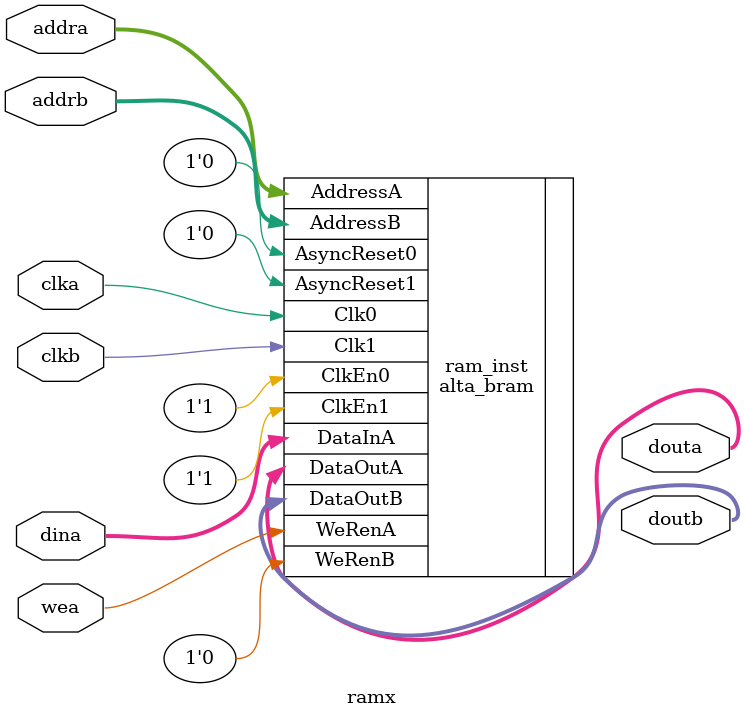
<source format=v>
`timescale 1ns/1ps
module ramx(
   input clka,
   input clkb,

   input [6:0] addra,
   input [6:0] addrb,

   output [31:0] douta,
   output [31:0] doutb,

   input wea,
   input [31:0] dina
);


alta_bram ram_inst (
  .DataInA(dina), 
  .AddressA(addra), .AddressB(addrb),
  .DataOutA(douta), .DataOutB(doutb),
  .Clk0(clka), .ClkEn0(1'b1), .AsyncReset0(1'b0),
  .Clk1(clkb), .ClkEn1(1'b1), .AsyncReset1(1'b0),
  .WeRenA(wea), .WeRenB(1'b0)
);

defparam ram_inst.PORTA_WIDTH     = 32;
defparam ram_inst.PORTB_WIDTH     = 32;
defparam ram_inst.CLKMODE         = "read_write";
defparam ram_inst.PORTB_READONLY  = 1'b1;
defparam ram_inst.PORTA_OUTREG    = 1'b0;
defparam ram_inst.PORTB_OUTREG    = 1'b0;
defparam ram_inst.PORTA_WRITEMODE = 1'b0;
defparam ram_inst.PORTB_WRITEMODE = 1'b0;
defparam ram_inst.PORTA_WRITETHRU = 1'b0;
defparam ram_inst.PORTB_WRITETHRU = 1'b0;
defparam ram_inst.INIT_VAL        = 4608'h0000000000000000070003ff090000030200050004000460040008200400082004000820040008200e040c030a001006000000000000000000000000000000000000000000000000000000000000000000000000000000000000000000000000000000000000000000000000000000000000000000000000000000000000000000000000000000000000000000000000000000000000000000000000000000000000000000000000000000000000000000000000000000000000000000000000000000000000000000000000000000000000000000000000000000000000000000000000000000000000000000000000000000000000000000000000000000000000000000000000000000000000000000000000000000000000000000000000000000000000000000000000000000000000000000000000000000000000000000000000000000000000000000000000000000000000000000000000000000000000000000000000000000000000000000000000000000000000000000000000000000000000000000000000000000000000000000000000000000000000000000000000000000000000000000000000000000000000000000000000000000000000000000000000000000000000000000000000000000000000000000000000000000000000000000000000000000000000000000000000000000000000000000000000000000000000000000000000000000000000000000000000000000000000000000000000000000000000000000000000000000000000000000000000;



endmodule

</source>
